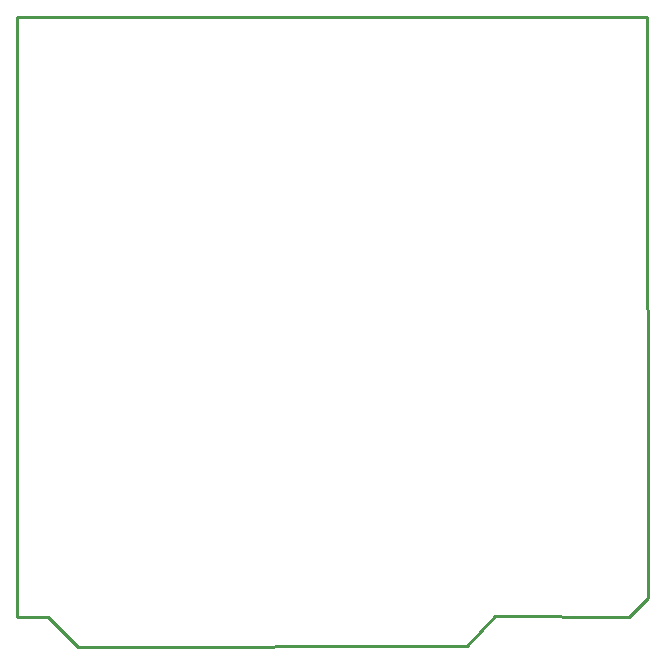
<source format=gko>
G04 Layer: BoardOutline*
G04 EasyEDA v6.3.22, 2020-02-01T09:52:18+01:00*
G04 6a38883e4b2748c8978b3c8c793b862a,5bf1b712bda346c5934589caff60f8c7,10*
G04 Gerber Generator version 0.2*
G04 Scale: 100 percent, Rotated: No, Reflected: No *
G04 Dimensions in millimeters *
G04 leading zeros omitted , absolute positions ,3 integer and 3 decimal *
%FSLAX33Y33*%
%MOMM*%
G90*
G71D02*

%ADD10C,0.254000*%
G54D10*
G01X0Y53300D02*
G01X53300Y53300D01*
G01X53400Y4100D01*
G01X51800Y2500D01*
G01X40400Y2600D01*
G01X38100Y99D01*
G01X5100Y0D01*
G01X2599Y2500D01*
G01X0Y2500D01*
G01X0Y53300D01*

%LPD*%
M00*
M02*

</source>
